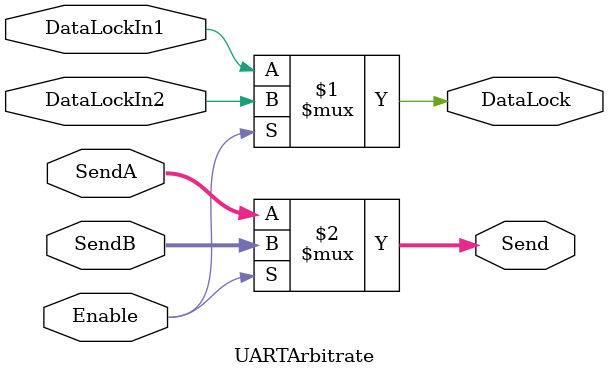
<source format=v>
`timescale 1ns/1ps

module UARTArbitrate
(
    DataLockIn1, DataLockIn2, DataLock, 
	 SendA, SendB, Send,
	 Enable
);
    //Parameters
	 
	 //Define
	 
	 input Enable;
	 input DataLockIn1, DataLockIn2;
	 input [7:0] SendA;
	 input [7:0] SendB;
	 
	 output DataLock;
	 output [7:0] Send;
	 
	 assign DataLock = Enable? DataLockIn2 : DataLockIn1;
	 assign Send = Enable? SendB : SendA;
	 
endmodule

</source>
